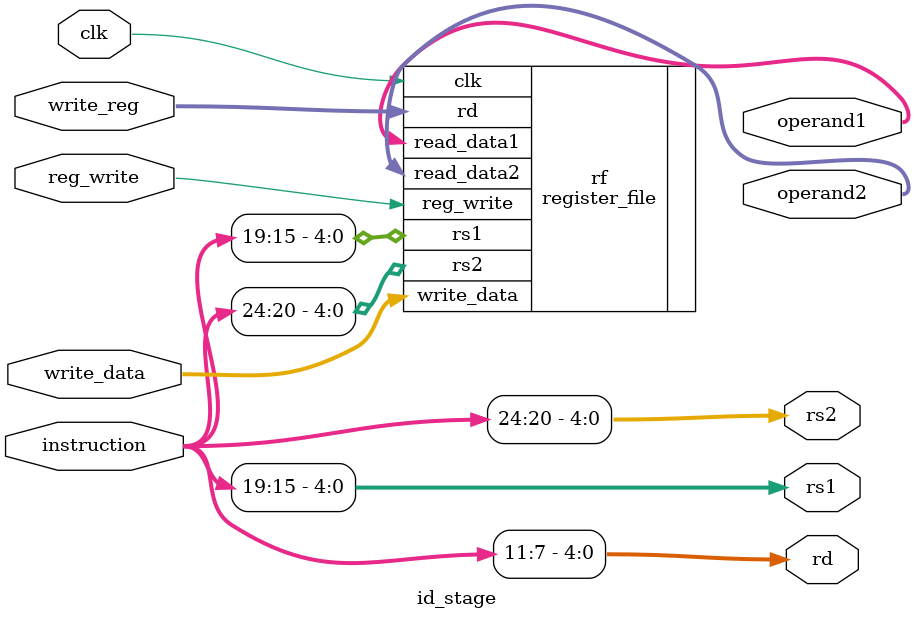
<source format=v>
module id_stage(
    input [31:0] instruction,
    input clk,
    input reg_write,
    input [31:0] write_data,
    input [4:0] write_reg,
    output [4:0] rs1, rs2, rd,
    output [31:0] operand1, operand2
);

// Extract fields from instruction (R-type or I-type simplified)
assign rs1 = instruction[19:15];
assign rs2 = instruction[24:20];
assign rd  = instruction[11:7];

// Register file
register_file rf (
    .clk(clk),
    .reg_write(reg_write),
    .rs1(rs1),
    .rs2(rs2),
    .rd(write_reg),
    .write_data(write_data),
    .read_data1(operand1),
    .read_data2(operand2)
);

endmodule
</source>
